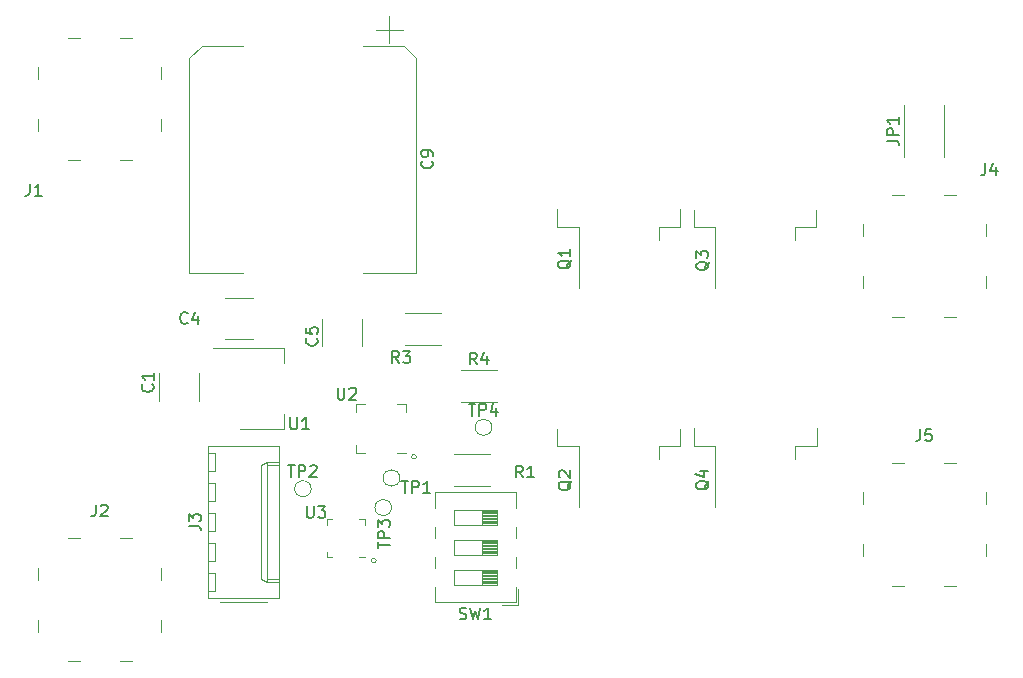
<source format=gto>
G04 #@! TF.GenerationSoftware,KiCad,Pcbnew,(5.1.10)-1*
G04 #@! TF.CreationDate,2021-06-12T15:14:09-04:00*
G04 #@! TF.ProjectId,Motor Controller 2020,4d6f746f-7220-4436-9f6e-74726f6c6c65,rev?*
G04 #@! TF.SameCoordinates,Original*
G04 #@! TF.FileFunction,Legend,Top*
G04 #@! TF.FilePolarity,Positive*
%FSLAX46Y46*%
G04 Gerber Fmt 4.6, Leading zero omitted, Abs format (unit mm)*
G04 Created by KiCad (PCBNEW (5.1.10)-1) date 2021-06-12 15:14:09*
%MOMM*%
%LPD*%
G01*
G04 APERTURE LIST*
%ADD10C,0.120000*%
%ADD11C,0.150000*%
G04 APERTURE END LIST*
D10*
X123200000Y-82000000D02*
G75*
G03*
X123200000Y-82000000I-200000J0D01*
G01*
X119800000Y-90800000D02*
G75*
G03*
X119800000Y-90800000I-200000J0D01*
G01*
X161000000Y-62300000D02*
X161000000Y-63300000D01*
X161000000Y-66700000D02*
X161000000Y-67700000D01*
X163500000Y-70200000D02*
X164500000Y-70200000D01*
X167900000Y-70200000D02*
X168900000Y-70200000D01*
X171400000Y-67700000D02*
X171400000Y-66700000D01*
X171400000Y-63300000D02*
X171400000Y-62300000D01*
X167900000Y-59800000D02*
X168900000Y-59800000D01*
X163500000Y-59800000D02*
X164500000Y-59800000D01*
X131610000Y-94312000D02*
X124790000Y-94312000D01*
X131610000Y-85012000D02*
X124790000Y-85012000D01*
X131610000Y-94312000D02*
X131610000Y-93002000D01*
X131610000Y-91402000D02*
X131610000Y-90462000D01*
X131610000Y-88862000D02*
X131610000Y-87922000D01*
X131610000Y-86322000D02*
X131610000Y-85012000D01*
X124790000Y-86322000D02*
X124790000Y-85012000D01*
X124790000Y-88862000D02*
X124790000Y-87922000D01*
X124790000Y-94312000D02*
X124790000Y-93002000D01*
X124790000Y-91402000D02*
X124790000Y-90462000D01*
X131850000Y-94552000D02*
X130467000Y-94552000D01*
X131850000Y-94552000D02*
X131850000Y-93169000D01*
X130010000Y-92837000D02*
X130010000Y-91567000D01*
X130010000Y-91567000D02*
X126390000Y-91567000D01*
X126390000Y-91567000D02*
X126390000Y-92837000D01*
X126390000Y-92837000D02*
X130010000Y-92837000D01*
X130010000Y-92717000D02*
X128803333Y-92717000D01*
X130010000Y-92597000D02*
X128803333Y-92597000D01*
X130010000Y-92477000D02*
X128803333Y-92477000D01*
X130010000Y-92357000D02*
X128803333Y-92357000D01*
X130010000Y-92237000D02*
X128803333Y-92237000D01*
X130010000Y-92117000D02*
X128803333Y-92117000D01*
X130010000Y-91997000D02*
X128803333Y-91997000D01*
X130010000Y-91877000D02*
X128803333Y-91877000D01*
X130010000Y-91757000D02*
X128803333Y-91757000D01*
X130010000Y-91637000D02*
X128803333Y-91637000D01*
X128803333Y-92837000D02*
X128803333Y-91567000D01*
X130010000Y-90297000D02*
X130010000Y-89027000D01*
X130010000Y-89027000D02*
X126390000Y-89027000D01*
X126390000Y-89027000D02*
X126390000Y-90297000D01*
X126390000Y-90297000D02*
X130010000Y-90297000D01*
X130010000Y-90177000D02*
X128803333Y-90177000D01*
X130010000Y-90057000D02*
X128803333Y-90057000D01*
X130010000Y-89937000D02*
X128803333Y-89937000D01*
X130010000Y-89817000D02*
X128803333Y-89817000D01*
X130010000Y-89697000D02*
X128803333Y-89697000D01*
X130010000Y-89577000D02*
X128803333Y-89577000D01*
X130010000Y-89457000D02*
X128803333Y-89457000D01*
X130010000Y-89337000D02*
X128803333Y-89337000D01*
X130010000Y-89217000D02*
X128803333Y-89217000D01*
X130010000Y-89097000D02*
X128803333Y-89097000D01*
X128803333Y-90297000D02*
X128803333Y-89027000D01*
X130010000Y-87757000D02*
X130010000Y-86487000D01*
X130010000Y-86487000D02*
X126390000Y-86487000D01*
X126390000Y-86487000D02*
X126390000Y-87757000D01*
X126390000Y-87757000D02*
X130010000Y-87757000D01*
X130010000Y-87637000D02*
X128803333Y-87637000D01*
X130010000Y-87517000D02*
X128803333Y-87517000D01*
X130010000Y-87397000D02*
X128803333Y-87397000D01*
X130010000Y-87277000D02*
X128803333Y-87277000D01*
X130010000Y-87157000D02*
X128803333Y-87157000D01*
X130010000Y-87037000D02*
X128803333Y-87037000D01*
X130010000Y-86917000D02*
X128803333Y-86917000D01*
X130010000Y-86797000D02*
X128803333Y-86797000D01*
X130010000Y-86677000D02*
X128803333Y-86677000D01*
X130010000Y-86557000D02*
X128803333Y-86557000D01*
X128803333Y-87757000D02*
X128803333Y-86487000D01*
X106009000Y-72790000D02*
X112019000Y-72790000D01*
X108259000Y-79610000D02*
X112019000Y-79610000D01*
X112019000Y-72790000D02*
X112019000Y-74050000D01*
X112019000Y-79610000D02*
X112019000Y-78350000D01*
X105570000Y-93980000D02*
X111590000Y-93980000D01*
X111590000Y-93980000D02*
X111590000Y-81060000D01*
X111590000Y-81060000D02*
X105570000Y-81060000D01*
X105570000Y-81060000D02*
X105570000Y-93980000D01*
X106600000Y-94270000D02*
X110600000Y-94270000D01*
X111590000Y-92600000D02*
X110590000Y-92600000D01*
X110590000Y-92600000D02*
X110590000Y-82440000D01*
X110590000Y-82440000D02*
X111590000Y-82440000D01*
X110590000Y-92600000D02*
X110060000Y-92350000D01*
X110060000Y-92350000D02*
X110060000Y-82690000D01*
X110060000Y-82690000D02*
X110590000Y-82440000D01*
X111590000Y-92350000D02*
X110590000Y-92350000D01*
X111590000Y-82690000D02*
X110590000Y-82690000D01*
X105570000Y-93400000D02*
X106170000Y-93400000D01*
X106170000Y-93400000D02*
X106170000Y-91800000D01*
X106170000Y-91800000D02*
X105570000Y-91800000D01*
X105570000Y-90860000D02*
X106170000Y-90860000D01*
X106170000Y-90860000D02*
X106170000Y-89260000D01*
X106170000Y-89260000D02*
X105570000Y-89260000D01*
X105570000Y-88320000D02*
X106170000Y-88320000D01*
X106170000Y-88320000D02*
X106170000Y-86720000D01*
X106170000Y-86720000D02*
X105570000Y-86720000D01*
X105570000Y-85780000D02*
X106170000Y-85780000D01*
X106170000Y-85780000D02*
X106170000Y-84180000D01*
X106170000Y-84180000D02*
X105570000Y-84180000D01*
X105570000Y-83240000D02*
X106170000Y-83240000D01*
X106170000Y-83240000D02*
X106170000Y-81640000D01*
X106170000Y-81640000D02*
X105570000Y-81640000D01*
X104834000Y-74911748D02*
X104834000Y-77234252D01*
X101414000Y-74911748D02*
X101414000Y-77234252D01*
X103990000Y-66410000D02*
X108540000Y-66410000D01*
X123210000Y-66410000D02*
X118660000Y-66410000D01*
X123210000Y-48254437D02*
X123210000Y-66410000D01*
X103990000Y-48254437D02*
X103990000Y-66410000D01*
X105054437Y-47190000D02*
X108540000Y-47190000D01*
X122145563Y-47190000D02*
X118660000Y-47190000D01*
X122145563Y-47190000D02*
X123210000Y-48254437D01*
X105054437Y-47190000D02*
X103990000Y-48254437D01*
X120910000Y-44700000D02*
X120910000Y-46950000D01*
X122035000Y-45825000D02*
X119785000Y-45825000D01*
X93693000Y-46500000D02*
X94693000Y-46500000D01*
X98093000Y-46500000D02*
X99093000Y-46500000D01*
X101593000Y-50000000D02*
X101593000Y-49000000D01*
X101593000Y-54400000D02*
X101593000Y-53400000D01*
X98093000Y-56900000D02*
X99093000Y-56900000D01*
X93693000Y-56900000D02*
X94693000Y-56900000D01*
X91193000Y-53400000D02*
X91193000Y-54400000D01*
X91193000Y-49000000D02*
X91193000Y-50000000D01*
X91200000Y-91400000D02*
X91200000Y-92400000D01*
X91200000Y-95800000D02*
X91200000Y-96800000D01*
X93700000Y-99300000D02*
X94700000Y-99300000D01*
X98100000Y-99300000D02*
X99100000Y-99300000D01*
X101600000Y-96800000D02*
X101600000Y-95800000D01*
X101600000Y-92400000D02*
X101600000Y-91400000D01*
X98100000Y-88900000D02*
X99100000Y-88900000D01*
X93700000Y-88900000D02*
X94700000Y-88900000D01*
X163500000Y-82500000D02*
X164500000Y-82500000D01*
X167900000Y-82500000D02*
X168900000Y-82500000D01*
X171400000Y-86000000D02*
X171400000Y-85000000D01*
X171400000Y-90400000D02*
X171400000Y-89400000D01*
X167900000Y-92900000D02*
X168900000Y-92900000D01*
X163500000Y-92900000D02*
X164500000Y-92900000D01*
X161000000Y-89400000D02*
X161000000Y-90400000D01*
X161000000Y-85000000D02*
X161000000Y-86000000D01*
X135135000Y-61051000D02*
X135135000Y-62551000D01*
X135135000Y-62551000D02*
X136945000Y-62551000D01*
X136945000Y-62551000D02*
X136945000Y-67676000D01*
X145535000Y-61051000D02*
X145535000Y-62551000D01*
X145535000Y-62551000D02*
X143725000Y-62551000D01*
X143725000Y-62551000D02*
X143725000Y-63651000D01*
X143744000Y-81105000D02*
X143744000Y-82205000D01*
X145554000Y-81105000D02*
X143744000Y-81105000D01*
X145554000Y-79605000D02*
X145554000Y-81105000D01*
X136964000Y-81105000D02*
X136964000Y-86230000D01*
X135154000Y-81105000D02*
X136964000Y-81105000D01*
X135154000Y-79605000D02*
X135154000Y-81105000D01*
X155263000Y-62563000D02*
X155263000Y-63663000D01*
X157073000Y-62563000D02*
X155263000Y-62563000D01*
X157073000Y-61063000D02*
X157073000Y-62563000D01*
X148483000Y-62563000D02*
X148483000Y-67688000D01*
X146673000Y-62563000D02*
X148483000Y-62563000D01*
X146673000Y-61063000D02*
X146673000Y-62563000D01*
X146692000Y-79593000D02*
X146692000Y-81093000D01*
X146692000Y-81093000D02*
X148502000Y-81093000D01*
X148502000Y-81093000D02*
X148502000Y-86218000D01*
X157092000Y-79593000D02*
X157092000Y-81093000D01*
X157092000Y-81093000D02*
X155282000Y-81093000D01*
X155282000Y-81093000D02*
X155282000Y-82193000D01*
X164490000Y-56577064D02*
X164490000Y-52222936D01*
X167910000Y-56577064D02*
X167910000Y-52222936D01*
X122272936Y-69840000D02*
X125327064Y-69840000D01*
X122272936Y-72560000D02*
X125327064Y-72560000D01*
X126972936Y-77360000D02*
X130027064Y-77360000D01*
X126972936Y-74640000D02*
X130027064Y-74640000D01*
X115190000Y-70338748D02*
X115190000Y-72661252D01*
X118610000Y-70338748D02*
X118610000Y-72661252D01*
X129427064Y-81740000D02*
X126372936Y-81740000D01*
X129427064Y-84460000D02*
X126372936Y-84460000D01*
X121585000Y-81710000D02*
X122310000Y-81710000D01*
X118090000Y-77490000D02*
X118090000Y-78215000D01*
X118815000Y-77490000D02*
X118090000Y-77490000D01*
X122310000Y-77490000D02*
X122310000Y-78215000D01*
X121585000Y-77490000D02*
X122310000Y-77490000D01*
X118090000Y-81710000D02*
X118090000Y-80985000D01*
X118815000Y-81710000D02*
X118090000Y-81710000D01*
X107038748Y-68590000D02*
X109361252Y-68590000D01*
X107038748Y-72010000D02*
X109361252Y-72010000D01*
X116061000Y-90510000D02*
X115611000Y-90510000D01*
X115611000Y-90510000D02*
X115611000Y-90060000D01*
X118381000Y-87290000D02*
X118831000Y-87290000D01*
X118831000Y-87290000D02*
X118831000Y-87740000D01*
X116061000Y-87290000D02*
X115611000Y-87290000D01*
X115611000Y-87290000D02*
X115611000Y-87740000D01*
X118381000Y-90510000D02*
X118831000Y-90510000D01*
X121800000Y-83800000D02*
G75*
G03*
X121800000Y-83800000I-700000J0D01*
G01*
X114300000Y-84700000D02*
G75*
G03*
X114300000Y-84700000I-700000J0D01*
G01*
X121100000Y-86300000D02*
G75*
G03*
X121100000Y-86300000I-700000J0D01*
G01*
X129600000Y-79500000D02*
G75*
G03*
X129600000Y-79500000I-700000J0D01*
G01*
D11*
X171366666Y-57152380D02*
X171366666Y-57866666D01*
X171319047Y-58009523D01*
X171223809Y-58104761D01*
X171080952Y-58152380D01*
X170985714Y-58152380D01*
X172271428Y-57485714D02*
X172271428Y-58152380D01*
X172033333Y-57104761D02*
X171795238Y-57819047D01*
X172414285Y-57819047D01*
X126866666Y-95716761D02*
X127009523Y-95764380D01*
X127247619Y-95764380D01*
X127342857Y-95716761D01*
X127390476Y-95669142D01*
X127438095Y-95573904D01*
X127438095Y-95478666D01*
X127390476Y-95383428D01*
X127342857Y-95335809D01*
X127247619Y-95288190D01*
X127057142Y-95240571D01*
X126961904Y-95192952D01*
X126914285Y-95145333D01*
X126866666Y-95050095D01*
X126866666Y-94954857D01*
X126914285Y-94859619D01*
X126961904Y-94812000D01*
X127057142Y-94764380D01*
X127295238Y-94764380D01*
X127438095Y-94812000D01*
X127771428Y-94764380D02*
X128009523Y-95764380D01*
X128200000Y-95050095D01*
X128390476Y-95764380D01*
X128628571Y-94764380D01*
X129533333Y-95764380D02*
X128961904Y-95764380D01*
X129247619Y-95764380D02*
X129247619Y-94764380D01*
X129152380Y-94907238D01*
X129057142Y-95002476D01*
X128961904Y-95050095D01*
X112538095Y-78652380D02*
X112538095Y-79461904D01*
X112585714Y-79557142D01*
X112633333Y-79604761D01*
X112728571Y-79652380D01*
X112919047Y-79652380D01*
X113014285Y-79604761D01*
X113061904Y-79557142D01*
X113109523Y-79461904D01*
X113109523Y-78652380D01*
X114109523Y-79652380D02*
X113538095Y-79652380D01*
X113823809Y-79652380D02*
X113823809Y-78652380D01*
X113728571Y-78795238D01*
X113633333Y-78890476D01*
X113538095Y-78938095D01*
X103932380Y-87853333D02*
X104646666Y-87853333D01*
X104789523Y-87900952D01*
X104884761Y-87996190D01*
X104932380Y-88139047D01*
X104932380Y-88234285D01*
X103932380Y-87472380D02*
X103932380Y-86853333D01*
X104313333Y-87186666D01*
X104313333Y-87043809D01*
X104360952Y-86948571D01*
X104408571Y-86900952D01*
X104503809Y-86853333D01*
X104741904Y-86853333D01*
X104837142Y-86900952D01*
X104884761Y-86948571D01*
X104932380Y-87043809D01*
X104932380Y-87329523D01*
X104884761Y-87424761D01*
X104837142Y-87472380D01*
X100857142Y-75866666D02*
X100904761Y-75914285D01*
X100952380Y-76057142D01*
X100952380Y-76152380D01*
X100904761Y-76295238D01*
X100809523Y-76390476D01*
X100714285Y-76438095D01*
X100523809Y-76485714D01*
X100380952Y-76485714D01*
X100190476Y-76438095D01*
X100095238Y-76390476D01*
X100000000Y-76295238D01*
X99952380Y-76152380D01*
X99952380Y-76057142D01*
X100000000Y-75914285D01*
X100047619Y-75866666D01*
X100952380Y-74914285D02*
X100952380Y-75485714D01*
X100952380Y-75200000D02*
X99952380Y-75200000D01*
X100095238Y-75295238D01*
X100190476Y-75390476D01*
X100238095Y-75485714D01*
X124507142Y-56966666D02*
X124554761Y-57014285D01*
X124602380Y-57157142D01*
X124602380Y-57252380D01*
X124554761Y-57395238D01*
X124459523Y-57490476D01*
X124364285Y-57538095D01*
X124173809Y-57585714D01*
X124030952Y-57585714D01*
X123840476Y-57538095D01*
X123745238Y-57490476D01*
X123650000Y-57395238D01*
X123602380Y-57252380D01*
X123602380Y-57157142D01*
X123650000Y-57014285D01*
X123697619Y-56966666D01*
X124602380Y-56490476D02*
X124602380Y-56300000D01*
X124554761Y-56204761D01*
X124507142Y-56157142D01*
X124364285Y-56061904D01*
X124173809Y-56014285D01*
X123792857Y-56014285D01*
X123697619Y-56061904D01*
X123650000Y-56109523D01*
X123602380Y-56204761D01*
X123602380Y-56395238D01*
X123650000Y-56490476D01*
X123697619Y-56538095D01*
X123792857Y-56585714D01*
X124030952Y-56585714D01*
X124126190Y-56538095D01*
X124173809Y-56490476D01*
X124221428Y-56395238D01*
X124221428Y-56204761D01*
X124173809Y-56109523D01*
X124126190Y-56061904D01*
X124030952Y-56014285D01*
X90471666Y-58899380D02*
X90471666Y-59613666D01*
X90424047Y-59756523D01*
X90328809Y-59851761D01*
X90185952Y-59899380D01*
X90090714Y-59899380D01*
X91471666Y-59899380D02*
X90900238Y-59899380D01*
X91185952Y-59899380D02*
X91185952Y-58899380D01*
X91090714Y-59042238D01*
X90995476Y-59137476D01*
X90900238Y-59185095D01*
X96066666Y-86052380D02*
X96066666Y-86766666D01*
X96019047Y-86909523D01*
X95923809Y-87004761D01*
X95780952Y-87052380D01*
X95685714Y-87052380D01*
X96495238Y-86147619D02*
X96542857Y-86100000D01*
X96638095Y-86052380D01*
X96876190Y-86052380D01*
X96971428Y-86100000D01*
X97019047Y-86147619D01*
X97066666Y-86242857D01*
X97066666Y-86338095D01*
X97019047Y-86480952D01*
X96447619Y-87052380D01*
X97066666Y-87052380D01*
X165866666Y-79652380D02*
X165866666Y-80366666D01*
X165819047Y-80509523D01*
X165723809Y-80604761D01*
X165580952Y-80652380D01*
X165485714Y-80652380D01*
X166819047Y-79652380D02*
X166342857Y-79652380D01*
X166295238Y-80128571D01*
X166342857Y-80080952D01*
X166438095Y-80033333D01*
X166676190Y-80033333D01*
X166771428Y-80080952D01*
X166819047Y-80128571D01*
X166866666Y-80223809D01*
X166866666Y-80461904D01*
X166819047Y-80557142D01*
X166771428Y-80604761D01*
X166676190Y-80652380D01*
X166438095Y-80652380D01*
X166342857Y-80604761D01*
X166295238Y-80557142D01*
X136310619Y-65338238D02*
X136263000Y-65433476D01*
X136167761Y-65528714D01*
X136024904Y-65671571D01*
X135977285Y-65766809D01*
X135977285Y-65862047D01*
X136215380Y-65814428D02*
X136167761Y-65909666D01*
X136072523Y-66004904D01*
X135882047Y-66052523D01*
X135548714Y-66052523D01*
X135358238Y-66004904D01*
X135263000Y-65909666D01*
X135215380Y-65814428D01*
X135215380Y-65623952D01*
X135263000Y-65528714D01*
X135358238Y-65433476D01*
X135548714Y-65385857D01*
X135882047Y-65385857D01*
X136072523Y-65433476D01*
X136167761Y-65528714D01*
X136215380Y-65623952D01*
X136215380Y-65814428D01*
X136215380Y-64433476D02*
X136215380Y-65004904D01*
X136215380Y-64719190D02*
X135215380Y-64719190D01*
X135358238Y-64814428D01*
X135453476Y-64909666D01*
X135501095Y-65004904D01*
X136338618Y-84055239D02*
X136290999Y-84150477D01*
X136195760Y-84245715D01*
X136052903Y-84388572D01*
X136005284Y-84483810D01*
X136005284Y-84579048D01*
X136243379Y-84531429D02*
X136195760Y-84626667D01*
X136100522Y-84721905D01*
X135910046Y-84769524D01*
X135576713Y-84769524D01*
X135386237Y-84721905D01*
X135290999Y-84626667D01*
X135243379Y-84531429D01*
X135243379Y-84340953D01*
X135290999Y-84245715D01*
X135386237Y-84150477D01*
X135576713Y-84102858D01*
X135910046Y-84102858D01*
X136100522Y-84150477D01*
X136195760Y-84245715D01*
X136243379Y-84340953D01*
X136243379Y-84531429D01*
X135338618Y-83721905D02*
X135290999Y-83674286D01*
X135243379Y-83579048D01*
X135243379Y-83340953D01*
X135290999Y-83245715D01*
X135338618Y-83198096D01*
X135433856Y-83150477D01*
X135529094Y-83150477D01*
X135671951Y-83198096D01*
X136243379Y-83769524D01*
X136243379Y-83150477D01*
X147994619Y-65465238D02*
X147947000Y-65560476D01*
X147851761Y-65655714D01*
X147708904Y-65798571D01*
X147661285Y-65893809D01*
X147661285Y-65989047D01*
X147899380Y-65941428D02*
X147851761Y-66036666D01*
X147756523Y-66131904D01*
X147566047Y-66179523D01*
X147232714Y-66179523D01*
X147042238Y-66131904D01*
X146947000Y-66036666D01*
X146899380Y-65941428D01*
X146899380Y-65750952D01*
X146947000Y-65655714D01*
X147042238Y-65560476D01*
X147232714Y-65512857D01*
X147566047Y-65512857D01*
X147756523Y-65560476D01*
X147851761Y-65655714D01*
X147899380Y-65750952D01*
X147899380Y-65941428D01*
X146899380Y-65179523D02*
X146899380Y-64560476D01*
X147280333Y-64893809D01*
X147280333Y-64750952D01*
X147327952Y-64655714D01*
X147375571Y-64608095D01*
X147470809Y-64560476D01*
X147708904Y-64560476D01*
X147804142Y-64608095D01*
X147851761Y-64655714D01*
X147899380Y-64750952D01*
X147899380Y-65036666D01*
X147851761Y-65131904D01*
X147804142Y-65179523D01*
X147972618Y-84043239D02*
X147924999Y-84138477D01*
X147829760Y-84233715D01*
X147686903Y-84376572D01*
X147639284Y-84471810D01*
X147639284Y-84567048D01*
X147877379Y-84519429D02*
X147829760Y-84614667D01*
X147734522Y-84709905D01*
X147544046Y-84757524D01*
X147210713Y-84757524D01*
X147020237Y-84709905D01*
X146924999Y-84614667D01*
X146877379Y-84519429D01*
X146877379Y-84328953D01*
X146924999Y-84233715D01*
X147020237Y-84138477D01*
X147210713Y-84090858D01*
X147544046Y-84090858D01*
X147734522Y-84138477D01*
X147829760Y-84233715D01*
X147877379Y-84328953D01*
X147877379Y-84519429D01*
X147210713Y-83233715D02*
X147877379Y-83233715D01*
X146829760Y-83471810D02*
X147544046Y-83709905D01*
X147544046Y-83090858D01*
X163032380Y-55233333D02*
X163746666Y-55233333D01*
X163889523Y-55280952D01*
X163984761Y-55376190D01*
X164032380Y-55519047D01*
X164032380Y-55614285D01*
X164032380Y-54757142D02*
X163032380Y-54757142D01*
X163032380Y-54376190D01*
X163080000Y-54280952D01*
X163127619Y-54233333D01*
X163222857Y-54185714D01*
X163365714Y-54185714D01*
X163460952Y-54233333D01*
X163508571Y-54280952D01*
X163556190Y-54376190D01*
X163556190Y-54757142D01*
X164032380Y-53233333D02*
X164032380Y-53804761D01*
X164032380Y-53519047D02*
X163032380Y-53519047D01*
X163175238Y-53614285D01*
X163270476Y-53709523D01*
X163318095Y-53804761D01*
X121733333Y-74052380D02*
X121400000Y-73576190D01*
X121161904Y-74052380D02*
X121161904Y-73052380D01*
X121542857Y-73052380D01*
X121638095Y-73100000D01*
X121685714Y-73147619D01*
X121733333Y-73242857D01*
X121733333Y-73385714D01*
X121685714Y-73480952D01*
X121638095Y-73528571D01*
X121542857Y-73576190D01*
X121161904Y-73576190D01*
X122066666Y-73052380D02*
X122685714Y-73052380D01*
X122352380Y-73433333D01*
X122495238Y-73433333D01*
X122590476Y-73480952D01*
X122638095Y-73528571D01*
X122685714Y-73623809D01*
X122685714Y-73861904D01*
X122638095Y-73957142D01*
X122590476Y-74004761D01*
X122495238Y-74052380D01*
X122209523Y-74052380D01*
X122114285Y-74004761D01*
X122066666Y-73957142D01*
X128333333Y-74172380D02*
X128000000Y-73696190D01*
X127761904Y-74172380D02*
X127761904Y-73172380D01*
X128142857Y-73172380D01*
X128238095Y-73220000D01*
X128285714Y-73267619D01*
X128333333Y-73362857D01*
X128333333Y-73505714D01*
X128285714Y-73600952D01*
X128238095Y-73648571D01*
X128142857Y-73696190D01*
X127761904Y-73696190D01*
X129190476Y-73505714D02*
X129190476Y-74172380D01*
X128952380Y-73124761D02*
X128714285Y-73839047D01*
X129333333Y-73839047D01*
X114757142Y-71966666D02*
X114804761Y-72014285D01*
X114852380Y-72157142D01*
X114852380Y-72252380D01*
X114804761Y-72395238D01*
X114709523Y-72490476D01*
X114614285Y-72538095D01*
X114423809Y-72585714D01*
X114280952Y-72585714D01*
X114090476Y-72538095D01*
X113995238Y-72490476D01*
X113900000Y-72395238D01*
X113852380Y-72252380D01*
X113852380Y-72157142D01*
X113900000Y-72014285D01*
X113947619Y-71966666D01*
X113852380Y-71061904D02*
X113852380Y-71538095D01*
X114328571Y-71585714D01*
X114280952Y-71538095D01*
X114233333Y-71442857D01*
X114233333Y-71204761D01*
X114280952Y-71109523D01*
X114328571Y-71061904D01*
X114423809Y-71014285D01*
X114661904Y-71014285D01*
X114757142Y-71061904D01*
X114804761Y-71109523D01*
X114852380Y-71204761D01*
X114852380Y-71442857D01*
X114804761Y-71538095D01*
X114757142Y-71585714D01*
X132233333Y-83752380D02*
X131900000Y-83276190D01*
X131661904Y-83752380D02*
X131661904Y-82752380D01*
X132042857Y-82752380D01*
X132138095Y-82800000D01*
X132185714Y-82847619D01*
X132233333Y-82942857D01*
X132233333Y-83085714D01*
X132185714Y-83180952D01*
X132138095Y-83228571D01*
X132042857Y-83276190D01*
X131661904Y-83276190D01*
X133185714Y-83752380D02*
X132614285Y-83752380D01*
X132900000Y-83752380D02*
X132900000Y-82752380D01*
X132804761Y-82895238D01*
X132709523Y-82990476D01*
X132614285Y-83038095D01*
X116538095Y-76152380D02*
X116538095Y-76961904D01*
X116585714Y-77057142D01*
X116633333Y-77104761D01*
X116728571Y-77152380D01*
X116919047Y-77152380D01*
X117014285Y-77104761D01*
X117061904Y-77057142D01*
X117109523Y-76961904D01*
X117109523Y-76152380D01*
X117538095Y-76247619D02*
X117585714Y-76200000D01*
X117680952Y-76152380D01*
X117919047Y-76152380D01*
X118014285Y-76200000D01*
X118061904Y-76247619D01*
X118109523Y-76342857D01*
X118109523Y-76438095D01*
X118061904Y-76580952D01*
X117490476Y-77152380D01*
X118109523Y-77152380D01*
X103833333Y-70657142D02*
X103785714Y-70704761D01*
X103642857Y-70752380D01*
X103547619Y-70752380D01*
X103404761Y-70704761D01*
X103309523Y-70609523D01*
X103261904Y-70514285D01*
X103214285Y-70323809D01*
X103214285Y-70180952D01*
X103261904Y-69990476D01*
X103309523Y-69895238D01*
X103404761Y-69800000D01*
X103547619Y-69752380D01*
X103642857Y-69752380D01*
X103785714Y-69800000D01*
X103833333Y-69847619D01*
X104690476Y-70085714D02*
X104690476Y-70752380D01*
X104452380Y-69704761D02*
X104214285Y-70419047D01*
X104833333Y-70419047D01*
X113938095Y-86152380D02*
X113938095Y-86961904D01*
X113985714Y-87057142D01*
X114033333Y-87104761D01*
X114128571Y-87152380D01*
X114319047Y-87152380D01*
X114414285Y-87104761D01*
X114461904Y-87057142D01*
X114509523Y-86961904D01*
X114509523Y-86152380D01*
X114890476Y-86152380D02*
X115509523Y-86152380D01*
X115176190Y-86533333D01*
X115319047Y-86533333D01*
X115414285Y-86580952D01*
X115461904Y-86628571D01*
X115509523Y-86723809D01*
X115509523Y-86961904D01*
X115461904Y-87057142D01*
X115414285Y-87104761D01*
X115319047Y-87152380D01*
X115033333Y-87152380D01*
X114938095Y-87104761D01*
X114890476Y-87057142D01*
X121938095Y-84052380D02*
X122509523Y-84052380D01*
X122223809Y-85052380D02*
X122223809Y-84052380D01*
X122842857Y-85052380D02*
X122842857Y-84052380D01*
X123223809Y-84052380D01*
X123319047Y-84100000D01*
X123366666Y-84147619D01*
X123414285Y-84242857D01*
X123414285Y-84385714D01*
X123366666Y-84480952D01*
X123319047Y-84528571D01*
X123223809Y-84576190D01*
X122842857Y-84576190D01*
X124366666Y-85052380D02*
X123795238Y-85052380D01*
X124080952Y-85052380D02*
X124080952Y-84052380D01*
X123985714Y-84195238D01*
X123890476Y-84290476D01*
X123795238Y-84338095D01*
X112338095Y-82704380D02*
X112909523Y-82704380D01*
X112623809Y-83704380D02*
X112623809Y-82704380D01*
X113242857Y-83704380D02*
X113242857Y-82704380D01*
X113623809Y-82704380D01*
X113719047Y-82752000D01*
X113766666Y-82799619D01*
X113814285Y-82894857D01*
X113814285Y-83037714D01*
X113766666Y-83132952D01*
X113719047Y-83180571D01*
X113623809Y-83228190D01*
X113242857Y-83228190D01*
X114195238Y-82799619D02*
X114242857Y-82752000D01*
X114338095Y-82704380D01*
X114576190Y-82704380D01*
X114671428Y-82752000D01*
X114719047Y-82799619D01*
X114766666Y-82894857D01*
X114766666Y-82990095D01*
X114719047Y-83132952D01*
X114147619Y-83704380D01*
X114766666Y-83704380D01*
X119952380Y-89761904D02*
X119952380Y-89190476D01*
X120952380Y-89476190D02*
X119952380Y-89476190D01*
X120952380Y-88857142D02*
X119952380Y-88857142D01*
X119952380Y-88476190D01*
X120000000Y-88380952D01*
X120047619Y-88333333D01*
X120142857Y-88285714D01*
X120285714Y-88285714D01*
X120380952Y-88333333D01*
X120428571Y-88380952D01*
X120476190Y-88476190D01*
X120476190Y-88857142D01*
X119952380Y-87952380D02*
X119952380Y-87333333D01*
X120333333Y-87666666D01*
X120333333Y-87523809D01*
X120380952Y-87428571D01*
X120428571Y-87380952D01*
X120523809Y-87333333D01*
X120761904Y-87333333D01*
X120857142Y-87380952D01*
X120904761Y-87428571D01*
X120952380Y-87523809D01*
X120952380Y-87809523D01*
X120904761Y-87904761D01*
X120857142Y-87952380D01*
X127638095Y-77504380D02*
X128209523Y-77504380D01*
X127923809Y-78504380D02*
X127923809Y-77504380D01*
X128542857Y-78504380D02*
X128542857Y-77504380D01*
X128923809Y-77504380D01*
X129019047Y-77552000D01*
X129066666Y-77599619D01*
X129114285Y-77694857D01*
X129114285Y-77837714D01*
X129066666Y-77932952D01*
X129019047Y-77980571D01*
X128923809Y-78028190D01*
X128542857Y-78028190D01*
X129971428Y-77837714D02*
X129971428Y-78504380D01*
X129733333Y-77456761D02*
X129495238Y-78171047D01*
X130114285Y-78171047D01*
M02*

</source>
